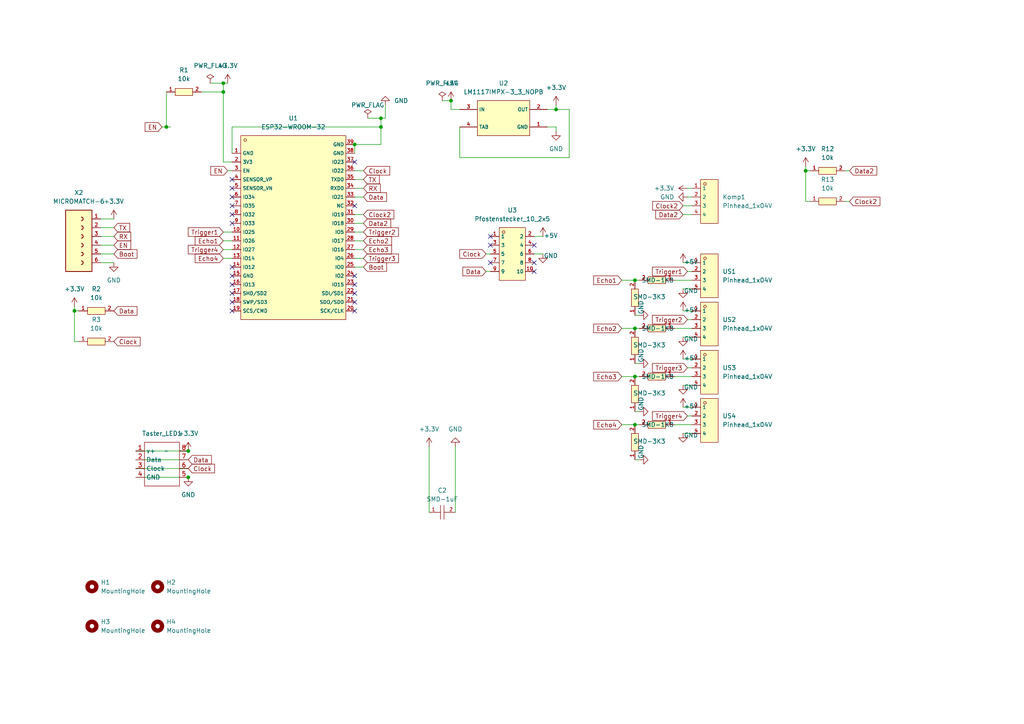
<source format=kicad_sch>
(kicad_sch (version 20231120) (generator "eeschema") (generator_version "8.0")
  (paper "A4")
  (lib_symbols
    (symbol "Bohlebots:+3.3V" (power) (pin_names (offset 0))
      (property "Value" "+3.3V" (at 0 3.556 0))
      (symbol "+3.3V_0_1"
        (polyline (pts (xy -0.762 1.27) (xy 0 2.54)))
        (polyline (pts (xy 0 0) (xy 0 2.54)))
        (polyline (pts (xy 0 2.54) (xy 0.762 1.27)))
      )
      (symbol "+3.3V_1_1"
        (pin power_in line (at 0 0 90) (length 0) hide (name "+3.3V") (number "1"))
      )
    )
    (symbol "Bohlebots:+5V" (power) (pin_names (offset 0))
      (property "Value" "+5V" (at 0 3.556 0))
      (symbol "+5V_0_1"
        (polyline (pts (xy -0.762 1.27) (xy 0 2.54)))
        (polyline (pts (xy 0 0) (xy 0 2.54)))
        (polyline (pts (xy 0 2.54) (xy 0.762 1.27)))
      )
      (symbol "+5V_1_1"
        (pin power_in line (at 0 0 90) (length 0) hide (name "+5V") (number "1"))
      )
    )
    (symbol "Bohlebots:ESP32-WROOM-32"
      (property "Reference" "U" (at 0 1.27 0))
      (property "Value" "ESP32-WROOM-32" (at 0 -2.54 0))
      (symbol "ESP32-WROOM-32_0_1"
        (rectangle (start -15.24 27.9401) (end 15.24 -25.4001) (fill (type background)))
        (circle (center -13.97 26.6701) (radius 0.381) (fill (type background)))
        (pin unspecified line (at -17.78 22.86 0) (length 2.54) (name "GND") (number "1"))
        (pin unspecified line (at -17.78 0 0) (length 2.54) (name "IO25") (number "10"))
        (pin unspecified line (at -17.78 -2.54 0) (length 2.54) (name "IO26") (number "11"))
        (pin unspecified line (at -17.78 -5.08 0) (length 2.54) (name "IO27") (number "12"))
        (pin unspecified line (at -17.78 -7.62 0) (length 2.54) (name "IO14") (number "13"))
        (pin unspecified line (at -17.78 -10.16 0) (length 2.54) (name "IO12") (number "14"))
        (pin unspecified line (at -17.78 -12.7 0) (length 2.54) (name "GND") (number "15"))
        (pin unspecified line (at -17.78 -15.24 0) (length 2.54) (name "IO13") (number "16"))
        (pin unspecified line (at -17.78 -17.78 0) (length 2.54) (name "SHD/SD2") (number "17"))
        (pin unspecified line (at -17.78 -20.32 0) (length 2.54) (name "SWP/SD3") (number "18"))
        (pin unspecified line (at -17.78 -22.86 0) (length 2.54) (name "SCS/CMD") (number "19"))
        (pin unspecified line (at -17.78 20.32 0) (length 2.54) (name "3V3") (number "2"))
        (pin unspecified line (at 17.78 -22.86 180) (length 2.54) (name "SCK/CLK") (number "20"))
        (pin unspecified line (at 17.78 -20.32 180) (length 2.54) (name "SDO/SD0") (number "21"))
        (pin unspecified line (at 17.78 -17.78 180) (length 2.54) (name "SDI/SD1") (number "22"))
        (pin unspecified line (at 17.78 -15.24 180) (length 2.54) (name "IO15") (number "23"))
        (pin unspecified line (at 17.78 -12.7 180) (length 2.54) (name "IO2") (number "24"))
        (pin unspecified line (at 17.78 -10.16 180) (length 2.54) (name "IO0") (number "25"))
        (pin unspecified line (at 17.78 -7.62 180) (length 2.54) (name "IO4") (number "26"))
        (pin unspecified line (at 17.78 -5.08 180) (length 2.54) (name "IO16") (number "27"))
        (pin unspecified line (at 17.78 -2.54 180) (length 2.54) (name "IO17") (number "28"))
        (pin unspecified line (at 17.78 0 180) (length 2.54) (name "IO5") (number "29"))
        (pin unspecified line (at -17.78 17.78 0) (length 2.54) (name "EN") (number "3"))
        (pin unspecified line (at 17.78 2.54 180) (length 2.54) (name "IO18") (number "30"))
        (pin unspecified line (at 17.78 5.08 180) (length 2.54) (name "IO19") (number "31"))
        (pin unspecified line (at 17.78 7.62 180) (length 2.54) (name "NC") (number "32"))
        (pin unspecified line (at 17.78 10.16 180) (length 2.54) (name "IO21") (number "33"))
        (pin unspecified line (at 17.78 12.7 180) (length 2.54) (name "RXD0") (number "34"))
        (pin unspecified line (at 17.78 15.24 180) (length 2.54) (name "TXD0") (number "35"))
        (pin unspecified line (at 17.78 17.78 180) (length 2.54) (name "IO22") (number "36"))
        (pin unspecified line (at 17.78 20.32 180) (length 2.54) (name "IO23") (number "37"))
        (pin unspecified line (at 17.78 22.86 180) (length 2.54) (name "GND") (number "38"))
        (pin unspecified line (at 17.78 25.4 180) (length 2.54) (name "GND") (number "39"))
        (pin unspecified line (at -17.78 15.24 0) (length 2.54) (name "SENSOR_VP") (number "4"))
        (pin unspecified line (at -17.78 12.7 0) (length 2.54) (name "SENSOR_VN") (number "5"))
        (pin unspecified line (at -17.78 10.16 0) (length 2.54) (name "IO34") (number "6"))
        (pin unspecified line (at -17.78 7.62 0) (length 2.54) (name "IO35") (number "7"))
        (pin unspecified line (at -17.78 5.08 0) (length 2.54) (name "IO32") (number "8"))
        (pin unspecified line (at -17.78 2.54 0) (length 2.54) (name "IO33") (number "9"))
      )
    )
    (symbol "Bohlebots:GND" (power) (pin_names (offset 0))
      (property "Value" "GND" (at 0 -3.81 0))
      (symbol "GND_0_1"
        (polyline (pts (xy 0 0) (xy 0 -1.27) (xy 1.27 -1.27) (xy 0 -2.54) (xy -1.27 -1.27) (xy 0 -1.27)))
      )
      (symbol "GND_1_1"
        (pin power_in line (at 0 0 270) (length 0) hide (name "GND") (number "1"))
      )
    )
    (symbol "Bohlebots:LM1117IMPX-3_3_NOPB"
      (property "Reference" "U" (at 0 1.27 0))
      (property "Value" "LM1117IMPX-3_3_NOPB" (at 0 -6.35 0))
      (symbol "LM1117IMPX-3_3_NOPB_0_1"
        (rectangle (start -7.62 5.08) (end 7.62 -5.08) (fill (type background)))
      )
      (symbol "LM1117IMPX-3_3_NOPB_1_1"
        (pin unspecified line (at 12.7 -2.54 180) (length 5.08) (name "GND") (number "1"))
        (pin unspecified line (at 12.7 2.54 180) (length 5.08) (name "OUT") (number "2"))
        (pin unspecified line (at -12.7 2.54 0) (length 5.08) (name "IN") (number "3"))
        (pin unspecified line (at -12.7 -2.54 0) (length 5.08) (name "TAB") (number "4"))
      )
    )
    (symbol "Bohlebots:MICROMATCH-6" (pin_names (offset 1.016))
      (property "Reference" "X2" (at -1.27 10.16 0))
      (property "Value" "MICROMATCH-6" (at -1.27 7.62 0))
      (symbol "MICROMATCH-6_0_0"
        (rectangle (start -5.08 -12.7) (end 2.54 5.08) (stroke (width 0.254)) (fill (type background)))
        (arc (start -0.508 -10.668) (mid -0.0022 -10.16) (end -0.508 -9.652) (stroke (width 0.254)))
        (arc (start -0.508 -8.128) (mid -0.0022 -7.62) (end -0.508 -7.112) (stroke (width 0.254)))
        (arc (start -0.508 -5.588) (mid -0.0022 -5.08) (end -0.508 -4.572) (stroke (width 0.254)))
        (arc (start -0.508 -3.048) (mid -0.0022 -2.54) (end -0.508 -2.032) (stroke (width 0.254)))
        (arc (start -0.508 -0.508) (mid -0.0022 0) (end -0.508 0.508) (stroke (width 0.254)))
        (arc (start -0.508 2.032) (mid -0.0022 2.54) (end -0.508 3.048) (stroke (width 0.254)))
        (pin bidirectional line (at 5.08 0 180) (length 2.54) (name "~") (number "2"))
        (pin bidirectional line (at 5.08 -2.54 180) (length 2.54) (name "~") (number "3"))
        (pin bidirectional line (at 5.08 -5.08 180) (length 2.54) (name "~") (number "4"))
        (pin bidirectional line (at 5.08 -7.62 180) (length 2.54) (name "~") (number "5"))
      )
      (symbol "MICROMATCH-6_1_0"
        (pin unspecified line (at 5.08 2.54 180) (length 2.54) (name "~") (number "1"))
        (pin unspecified line (at 5.08 -10.16 180) (length 2.54) (name "~") (number "6"))
      )
    )
    (symbol "Bohlebots:MountingHole" (pin_names (offset 1.016))
      (property "Reference" "H" (at 0 5.08 0))
      (property "Value" "MountingHole" (at 0 3.175 0))
      (symbol "MountingHole_0_1"
        (circle (center 0 0) (radius 1.27) (stroke (width 1.27)))
      )
    )
    (symbol "Bohlebots:PWR_FLAG" (power) (pin_numbers hide) (pin_names (offset 0) hide)
      (property "Value" "PWR_FLAG" (at 0 3.81 0))
      (symbol "PWR_FLAG_0_0"
        (pin power_out line (at 0 0 90) (length 0) (name "pwr") (number "1"))
      )
      (symbol "PWR_FLAG_0_1"
        (polyline (pts (xy 0 0) (xy 0 1.27) (xy -1.016 1.905) (xy 0 2.54) (xy 1.016 1.905) (xy 0 1.27)))
      )
    )
    (symbol "Bohlebots:Pfostenstecker_10_2x5"
      (property "Reference" "U" (at 0 1.27 0))
      (property "Value" "Pfostenstecker_10_2x5" (at 0 -2.54 0))
      (symbol "Pfostenstecker_10_2x5_0_1"
        (rectangle (start -3.81 7.62) (end 3.81 -7.62) (fill (type background)))
        (circle (center -2.54 6.35) (radius 0.381) (fill (type background)))
        (pin unspecified line (at -6.35 5.08 0) (length 2.54) (name "1") (number "1"))
        (pin unspecified line (at 6.35 -5.08 180) (length 2.54) (name "10") (number "10"))
        (pin unspecified line (at 6.35 5.08 180) (length 2.54) (name "2") (number "2"))
        (pin unspecified line (at -6.35 2.54 0) (length 2.54) (name "3") (number "3"))
        (pin unspecified line (at 6.35 2.54 180) (length 2.54) (name "4") (number "4"))
        (pin unspecified line (at -6.35 0 0) (length 2.54) (name "5") (number "5"))
        (pin unspecified line (at 6.35 0 180) (length 2.54) (name "6") (number "6"))
        (pin unspecified line (at -6.35 -2.54 0) (length 2.54) (name "7") (number "7"))
        (pin unspecified line (at 6.35 -2.54 180) (length 2.54) (name "8") (number "8"))
        (pin unspecified line (at -6.35 -5.08 0) (length 2.54) (name "9") (number "9"))
      )
    )
    (symbol "Bohlebots:Pinhead_1x04V"
      (property "Reference" "H" (at 0 1.27 0))
      (property "Value" "Pinhead_1x04V" (at 0 -2.54 0))
      (symbol "Pinhead_1x04V_0_1"
        (rectangle (start -2.54 6.35) (end 2.54 -6.35) (fill (type background)))
        (circle (center -1.27 5.08) (radius 0.381) (fill (type background)))
        (pin unspecified line (at -5.08 3.81 0) (length 2.54) (name "1") (number "1"))
        (pin unspecified line (at -5.08 1.27 0) (length 2.54) (name "2") (number "2"))
        (pin unspecified line (at -5.08 -1.27 0) (length 2.54) (name "3") (number "3"))
        (pin unspecified line (at -5.08 -3.81 0) (length 2.54) (name "4") (number "4"))
      )
    )
    (symbol "Bohlebots:SMD-10k" (pin_names hide)
      (property "Reference" "R" (at 0 1.27 0))
      (property "Value" "SMD-10k" (at 0 -2.54 0))
      (symbol "SMD-10k_0_1"
        (rectangle (start -2.54 1.016) (end 2.54 -1.016) (fill (type background)))
      )
      (symbol "SMD-10k_1_1"
        (pin unspecified line (at -5.08 0 0) (length 2.54) (name "1") (number "1"))
        (pin unspecified line (at 5.08 0 180) (length 2.54) (name "2") (number "2"))
      )
    )
    (symbol "Bohlebots:SMD-1K8" (pin_names hide)
      (property "Reference" "R" (at 0 1.27 0))
      (property "Value" "SMD-1K8" (at 0 -2.54 0))
      (symbol "SMD-1K8_0_1"
        (rectangle (start -2.54 1.016) (end 2.54 -1.016) (fill (type background)))
      )
      (symbol "SMD-1K8_1_1"
        (pin unspecified line (at -5.08 0 0) (length 2.54) (name "1") (number "1"))
        (pin unspecified line (at 5.08 0 180) (length 2.54) (name "2") (number "2"))
      )
    )
    (symbol "Bohlebots:SMD-1uF" (pin_names hide)
      (property "Reference" "C" (at 0 1.27 0))
      (property "Value" "SMD-1uF" (at 0 -2.54 0))
      (symbol "SMD-1uF_0_1"
        (polyline (pts (xy -1.27 0) (xy -0.508 0)))
        (polyline (pts (xy -0.508 2.032) (xy -0.508 -2.032)))
        (polyline (pts (xy 0.508 0) (xy 1.27 0)))
        (polyline (pts (xy 0.508 2.032) (xy 0.508 -2.032)))
      )
      (symbol "SMD-1uF_1_1"
        (pin unspecified line (at -3.81 0 0) (length 2.54) (name "1") (number "1"))
        (pin unspecified line (at 3.81 0 180) (length 2.54) (name "2") (number "2"))
      )
    )
    (symbol "Bohlebots:SMD-3K3" (pin_names hide)
      (property "Reference" "R" (at 0 1.27 0))
      (property "Value" "SMD-3K3" (at 0 -2.54 0))
      (symbol "SMD-3K3_0_1"
        (rectangle (start -2.54 1.016) (end 2.54 -1.016) (fill (type background)))
      )
      (symbol "SMD-3K3_1_1"
        (pin unspecified line (at -5.08 0 0) (length 2.54) (name "1") (number "1"))
        (pin unspecified line (at 5.08 0 180) (length 2.54) (name "2") (number "2"))
      )
    )
    (symbol "Bohlebots:Taster_Led"
      (property "Reference" "Taster_LED2" (at -1.27 5.08 0))
      (property "Value" "~" (at 0 0 0))
      (symbol "Taster_Led_0_1"
        (rectangle (start -6.35 2.54) (end 3.81 -10.16))
      )
      (symbol "Taster_Led_1_1"
        (pin power_in line (at -8.89 0 0) (length 2.54) (name "v+") (number "1"))
        (pin unspecified line (at -8.89 -2.54 0) (length 2.54) (name "Data") (number "2"))
        (pin unspecified line (at -8.89 -5.08 0) (length 2.54) (name "Clock") (number "3"))
        (pin power_in line (at -8.89 -7.62 0) (length 2.54) (name "GND") (number "4"))
        (pin power_in line (at 6.35 -7.62 180) (length 2.54) (name "") (number "5"))
        (pin unspecified line (at 6.35 -5.08 180) (length 2.54) (name "") (number "6"))
        (pin unspecified line (at 6.35 -2.54 180) (length 2.54) (name "") (number "7"))
        (pin power_in line (at 6.35 0 180) (length 2.54) (name "") (number "8"))
      )
    )
  )
  (junction (at 161.29 31.75))
  (junction (at 64.77 26.67))
  (junction (at 110.49 36.83))
  (junction (at 130.81 29.21))
  (junction (at 184.15 109.22))
  (junction (at 48.26 36.83))
  (junction (at 64.77 24.13))
  (junction (at 21.59 90.17))
  (junction (at 184.15 123.19))
  (junction (at 110.49 34.29))
  (junction (at 54.61 138.43))
  (junction (at 184.15 81.28))
  (junction (at 54.61 130.81))
  (junction (at 233.68 49.53))
  (junction (at 184.15 95.25))
  (junction (at 102.87 41.91))
  (no_connect (at 102.87 87.63))
  (no_connect (at 102.87 59.69))
  (no_connect (at 67.31 80.01))
  (no_connect (at 154.94 71.12))
  (no_connect (at 102.87 82.55))
  (no_connect (at 67.31 82.55))
  (no_connect (at 67.31 77.47))
  (no_connect (at 142.24 76.2))
  (no_connect (at 67.31 59.69))
  (no_connect (at 154.94 78.74))
  (no_connect (at 67.31 54.61))
  (no_connect (at 67.31 90.17))
  (no_connect (at 154.94 76.2))
  (no_connect (at 102.87 85.09))
  (no_connect (at 102.87 80.01))
  (no_connect (at 67.31 87.63))
  (no_connect (at 142.24 71.12))
  (no_connect (at 102.87 46.99))
  (no_connect (at 102.87 90.17))
  (no_connect (at 67.31 64.77))
  (no_connect (at 142.24 68.58))
  (no_connect (at 67.31 57.15))
  (no_connect (at 67.31 85.09))
  (no_connect (at 67.31 52.07))
  (no_connect (at 67.31 62.23))
  (wire (pts (xy 102.87 72.39) (xy 105.41 72.39)))
  (wire (pts (xy 128.27 29.21) (xy 130.81 29.21)))
  (wire (pts (xy 165.1 31.75) (xy 161.29 31.75)))
  (wire (pts (xy 64.77 26.67) (xy 64.77 46.99)))
  (wire (pts (xy 48.26 26.67) (xy 48.26 36.83)))
  (wire (pts (xy 102.87 64.77) (xy 105.41 64.77)))
  (wire (pts (xy 64.77 24.13) (xy 64.77 26.67)))
  (wire (pts (xy 29.21 66.04) (xy 33.02 66.04)))
  (wire (pts (xy 184.15 105.41) (xy 185.42 105.41)))
  (wire (pts (xy 102.87 67.31) (xy 105.41 67.31)))
  (wire (pts (xy 198.12 62.23) (xy 200.66 62.23)))
  (wire (pts (xy 180.34 95.25) (xy 184.15 95.25)))
  (wire (pts (xy 39.37 130.81) (xy 54.61 130.81)))
  (wire (pts (xy 198.12 125.73) (xy 200.66 125.73)))
  (wire (pts (xy 21.59 88.9) (xy 21.59 90.17)))
  (wire (pts (xy 161.29 36.83) (xy 161.29 38.1)))
  (wire (pts (xy 245.11 58.42) (xy 246.38 58.42)))
  (wire (pts (xy 184.15 119.38) (xy 185.42 119.38)))
  (wire (pts (xy 198.12 90.17) (xy 200.66 90.17)))
  (wire (pts (xy 140.97 78.74) (xy 142.24 78.74)))
  (wire (pts (xy 60.96 24.13) (xy 64.77 24.13)))
  (wire (pts (xy 102.87 62.23) (xy 105.41 62.23)))
  (wire (pts (xy 198.12 104.14) (xy 200.66 104.14)))
  (wire (pts (xy 29.21 71.12) (xy 33.02 71.12)))
  (wire (pts (xy 195.58 109.22) (xy 200.66 109.22)))
  (wire (pts (xy 184.15 91.44) (xy 185.42 91.44)))
  (wire (pts (xy 180.34 123.19) (xy 184.15 123.19)))
  (wire (pts (xy 199.39 92.71) (xy 200.66 92.71)))
  (wire (pts (xy 39.37 133.35) (xy 54.61 133.35)))
  (wire (pts (xy 58.42 26.67) (xy 64.77 26.67)))
  (wire (pts (xy 158.75 31.75) (xy 161.29 31.75)))
  (wire (pts (xy 102.87 52.07) (xy 105.41 52.07)))
  (wire (pts (xy 64.77 69.85) (xy 67.31 69.85)))
  (wire (pts (xy 66.04 24.13) (xy 64.77 24.13)))
  (wire (pts (xy 67.31 36.83) (xy 110.49 36.83)))
  (wire (pts (xy 102.87 41.91) (xy 110.49 41.91)))
  (wire (pts (xy 111.76 30.48) (xy 111.76 34.29)))
  (wire (pts (xy 184.15 123.19) (xy 185.42 123.19)))
  (wire (pts (xy 29.21 73.66) (xy 33.02 73.66)))
  (wire (pts (xy 184.15 95.25) (xy 185.42 95.25)))
  (wire (pts (xy 245.11 49.53) (xy 246.38 49.53)))
  (wire (pts (xy 198.12 118.11) (xy 200.66 118.11)))
  (wire (pts (xy 29.21 68.58) (xy 33.02 68.58)))
  (wire (pts (xy 233.68 49.53) (xy 234.95 49.53)))
  (wire (pts (xy 180.34 109.22) (xy 184.15 109.22)))
  (wire (pts (xy 46.99 36.83) (xy 48.26 36.83)))
  (wire (pts (xy 48.26 36.83) (xy 49.53 36.83)))
  (wire (pts (xy 133.35 36.83) (xy 133.35 45.72)))
  (wire (pts (xy 130.81 31.75) (xy 133.35 31.75)))
  (wire (pts (xy 102.87 57.15) (xy 105.41 57.15)))
  (wire (pts (xy 165.1 45.72) (xy 165.1 31.75)))
  (wire (pts (xy 133.35 45.72) (xy 165.1 45.72)))
  (wire (pts (xy 67.31 44.45) (xy 67.31 36.83)))
  (wire (pts (xy 66.04 49.53) (xy 67.31 49.53)))
  (wire (pts (xy 67.31 46.99) (xy 64.77 46.99)))
  (wire (pts (xy 102.87 41.91) (xy 102.87 44.45)))
  (wire (pts (xy 195.58 95.25) (xy 200.66 95.25)))
  (wire (pts (xy 158.75 36.83) (xy 161.29 36.83)))
  (wire (pts (xy 154.94 73.66) (xy 157.48 73.66)))
  (wire (pts (xy 199.39 78.74) (xy 200.66 78.74)))
  (wire (pts (xy 64.77 74.93) (xy 67.31 74.93)))
  (wire (pts (xy 102.87 74.93) (xy 105.41 74.93)))
  (wire (pts (xy 124.46 129.54) (xy 124.46 148.59)))
  (wire (pts (xy 110.49 41.91) (xy 110.49 36.83)))
  (wire (pts (xy 132.08 129.54) (xy 132.08 148.59)))
  (wire (pts (xy 184.15 109.22) (xy 185.42 109.22)))
  (wire (pts (xy 184.15 133.35) (xy 185.42 133.35)))
  (wire (pts (xy 111.76 34.29) (xy 110.49 34.29)))
  (wire (pts (xy 110.49 36.83) (xy 110.49 34.29)))
  (wire (pts (xy 198.12 111.76) (xy 200.66 111.76)))
  (wire (pts (xy 140.97 73.66) (xy 142.24 73.66)))
  (wire (pts (xy 29.21 63.5) (xy 33.02 63.5)))
  (wire (pts (xy 233.68 58.42) (xy 233.68 49.53)))
  (wire (pts (xy 102.87 54.61) (xy 105.41 54.61)))
  (wire (pts (xy 64.77 67.31) (xy 67.31 67.31)))
  (wire (pts (xy 199.39 120.65) (xy 200.66 120.65)))
  (wire (pts (xy 199.39 106.68) (xy 200.66 106.68)))
  (wire (pts (xy 198.12 76.2) (xy 200.66 76.2)))
  (wire (pts (xy 102.87 69.85) (xy 105.41 69.85)))
  (wire (pts (xy 102.87 77.47) (xy 105.41 77.47)))
  (wire (pts (xy 195.58 81.28) (xy 200.66 81.28)))
  (wire (pts (xy 234.95 58.42) (xy 233.68 58.42)))
  (wire (pts (xy 106.68 34.29) (xy 110.49 34.29)))
  (wire (pts (xy 198.12 97.79) (xy 200.66 97.79)))
  (wire (pts (xy 233.68 48.26) (xy 233.68 49.53)))
  (wire (pts (xy 184.15 81.28) (xy 185.42 81.28)))
  (wire (pts (xy 29.21 76.2) (xy 33.02 76.2)))
  (wire (pts (xy 21.59 99.06) (xy 21.59 90.17)))
  (wire (pts (xy 39.37 138.43) (xy 54.61 138.43)))
  (wire (pts (xy 39.37 135.89) (xy 54.61 135.89)))
  (wire (pts (xy 154.94 68.58) (xy 157.48 68.58)))
  (wire (pts (xy 199.39 57.15) (xy 200.66 57.15)))
  (wire (pts (xy 21.59 90.17) (xy 22.86 90.17)))
  (wire (pts (xy 195.58 123.19) (xy 200.66 123.19)))
  (wire (pts (xy 198.12 59.69) (xy 200.66 59.69)))
  (wire (pts (xy 22.86 99.06) (xy 21.59 99.06)))
  (wire (pts (xy 102.87 49.53) (xy 105.41 49.53)))
  (wire (pts (xy 198.12 83.82) (xy 200.66 83.82)))
  (wire (pts (xy 180.34 81.28) (xy 184.15 81.28)))
  (wire (pts (xy 161.29 31.75) (xy 161.29 30.48)))
  (wire (pts (xy 199.39 54.61) (xy 200.66 54.61)))
  (wire (pts (xy 64.77 72.39) (xy 67.31 72.39)))
  (wire (pts (xy 130.81 29.21) (xy 130.81 31.75)))
  (global_label "TX" (shape input) (at 105.41 52.07 0) (property "Intersheetrefs" "${INTERSHEET_REFS}" (effects (hide yes))))
  (global_label "Boot" (shape input) (at 105.41 77.47 0) (property "Intersheetrefs" "${INTERSHEET_REFS}" (effects (hide yes))))
  (global_label "Clock" (shape input) (at 140.97 73.66 180) (property "Intersheetrefs" "${INTERSHEET_REFS}" (effects (hide yes))))
  (global_label "Clock" (shape input) (at 54.61 135.89 0) (property "Intersheetrefs" "${INTERSHEET_REFS}" (effects (hide yes))))
  (global_label "TX" (shape input) (at 33.02 66.04 0) (property "Intersheetrefs" "${INTERSHEET_REFS}" (effects (hide yes))))
  (global_label "EN" (shape input) (at 66.04 49.53 180) (property "Intersheetrefs" "${INTERSHEET_REFS}" (effects (hide yes))))
  (global_label "Echo2" (shape input) (at 105.41 69.85 0) (property "Intersheetrefs" "${INTERSHEET_REFS}" (effects (hide yes))))
  (global_label "Data" (shape input) (at 140.97 78.74 180) (property "Intersheetrefs" "${INTERSHEET_REFS}" (effects (hide yes))))
  (global_label "Clock" (shape input) (at 33.02 99.06 0) (property "Intersheetrefs" "${INTERSHEET_REFS}" (effects (hide yes))))
  (global_label "Clock2" (shape input) (at 105.41 62.23 0) (property "Intersheetrefs" "${INTERSHEET_REFS}" (effects (hide yes))))
  (global_label "Data2" (shape input) (at 246.38 49.53 0) (property "Intersheetrefs" "${INTERSHEET_REFS}" (effects (hide yes))))
  (global_label "Boot" (shape input) (at 33.02 73.66 0) (property "Intersheetrefs" "${INTERSHEET_REFS}" (effects (hide yes))))
  (global_label "Data" (shape input) (at 105.41 57.15 0) (property "Intersheetrefs" "${INTERSHEET_REFS}" (effects (hide yes))))
  (global_label "Clock2" (shape input) (at 246.38 58.42 0) (property "Intersheetrefs" "${INTERSHEET_REFS}" (effects (hide yes))))
  (global_label "EN" (shape input) (at 33.02 71.12 0) (property "Intersheetrefs" "${INTERSHEET_REFS}" (effects (hide yes))))
  (global_label "EN" (shape input) (at 46.99 36.83 180) (property "Intersheetrefs" "${INTERSHEET_REFS}" (effects (hide yes))))
  (global_label "Trigger2" (shape input) (at 105.41 67.31 0) (property "Intersheetrefs" "${INTERSHEET_REFS}" (effects (hide yes))))
  (global_label "Trigger3" (shape input) (at 105.41 74.93 0) (property "Intersheetrefs" "${INTERSHEET_REFS}" (effects (hide yes))))
  (global_label "Data2" (shape input) (at 105.41 64.77 0) (property "Intersheetrefs" "${INTERSHEET_REFS}" (effects (hide yes))))
  (global_label "Echo3" (shape input) (at 105.41 72.39 0) (property "Intersheetrefs" "${INTERSHEET_REFS}" (effects (hide yes))))
  (global_label "RX" (shape input) (at 105.41 54.61 0) (property "Intersheetrefs" "${INTERSHEET_REFS}" (effects (hide yes))))
  (global_label "Data" (shape input) (at 54.61 133.35 0) (property "Intersheetrefs" "${INTERSHEET_REFS}" (effects (hide yes))))
  (global_label "Echo1" (shape input) (at 64.77 69.85 180) (property "Intersheetrefs" "${INTERSHEET_REFS}" (effects (hide yes))))
  (global_label "Trigger4" (shape input) (at 64.77 72.39 180) (property "Intersheetrefs" "${INTERSHEET_REFS}" (effects (hide yes))))
  (global_label "Trigger2" (shape input) (at 199.39 92.71 180) (property "Intersheetrefs" "${INTERSHEET_REFS}" (effects (hide yes))))
  (global_label "Clock" (shape input) (at 105.41 49.53 0) (property "Intersheetrefs" "${INTERSHEET_REFS}" (effects (hide yes))))
  (global_label "Trigger4" (shape input) (at 199.39 120.65 180) (property "Intersheetrefs" "${INTERSHEET_REFS}" (effects (hide yes))))
  (global_label "Echo2" (shape input) (at 180.34 95.25 180) (property "Intersheetrefs" "${INTERSHEET_REFS}" (effects (hide yes))))
  (global_label "Clock2" (shape input) (at 198.12 59.69 180) (property "Intersheetrefs" "${INTERSHEET_REFS}" (effects (hide yes))))
  (global_label "Data" (shape input) (at 33.02 90.17 0) (property "Intersheetrefs" "${INTERSHEET_REFS}" (effects (hide yes))))
  (global_label "Echo4" (shape input) (at 180.34 123.19 180) (property "Intersheetrefs" "${INTERSHEET_REFS}" (effects (hide yes))))
  (global_label "Trigger1" (shape input) (at 199.39 78.74 180) (property "Intersheetrefs" "${INTERSHEET_REFS}" (effects (hide yes))))
  (global_label "Data2" (shape input) (at 198.12 62.23 180) (property "Intersheetrefs" "${INTERSHEET_REFS}" (effects (hide yes))))
  (global_label "Trigger3" (shape input) (at 199.39 106.68 180) (property "Intersheetrefs" "${INTERSHEET_REFS}" (effects (hide yes))))
  (global_label "Echo3" (shape input) (at 180.34 109.22 180) (property "Intersheetrefs" "${INTERSHEET_REFS}" (effects (hide yes))))
  (global_label "Echo1" (shape input) (at 180.34 81.28 180) (property "Intersheetrefs" "${INTERSHEET_REFS}" (effects (hide yes))))
  (global_label "Echo4" (shape input) (at 64.77 74.93 180) (property "Intersheetrefs" "${INTERSHEET_REFS}" (effects (hide yes))))
  (global_label "Trigger1" (shape input) (at 64.77 67.31 180) (property "Intersheetrefs" "${INTERSHEET_REFS}" (effects (hide yes))))
  (global_label "RX" (shape input) (at 33.02 68.58 0) (property "Intersheetrefs" "${INTERSHEET_REFS}" (effects (hide yes))))
  (symbol (lib_id "Bohlebots:Pfostenstecker_10_2x5") (at 148.59 73.66 0) (unit 1)
    (property "Reference" "U3" (at 148.59 60.96 0))
    (property "Value" "Pfostenstecker_10_2x5" (at 148.59 63.5 0))
    (property "Footprint" "BohleBots:HDR-TH_10P-P2.54-V-F-R2-C5-S2.54-5" (effects (hide yes)))
    (property "Datasheet" "https://atta.szlcsc.com/upload/public/pdf/source/20230314/29278A24539954283B80828B9C32CD4C.pdf" (effects (hide yes)))
    (property "LCSC" "C5372865" (effects (hide yes)))
  )
  (symbol (lib_id "Bohlebots:Pinhead_1x04V") (at 205.74 107.95 0) (unit 1)
    (property "Reference" "US3" (at 209.55 106.6799 0) (effects (justify left)))
    (property "Value" "Pinhead_1x04V" (at 209.55 109.2199 0) (effects (justify left)))
    (property "Footprint" "BohleBots:HDR-TH_4P-P2.54-V-M-1" (effects (hide yes)))
    (property "Datasheet" "https://lcsc.com/product-detail/Pin-Header-Female-Header_Made-in-China-Made-in-China-Headers-Pins1-4-pitch2-54mm_C59481.html" (effects (hide yes)))
    (property "LCSC" "C920779" (effects (hide yes)))
  )
  (symbol (lib_id "Bohlebots:GND") (at 198.12 111.76 0) (unit 1)
    (property "Reference" "#PWR022" (effects (hide yes)))
    (property "Value" "GND" (at 200.406 112.268 0))
    (property "Description" "Power symbol creates a global label with name \"GND\" , ground" (effects (hide yes)))
  )
  (symbol (lib_id "Bohlebots:+5V") (at 157.48 68.58 0) (unit 1)
    (property "Reference" "#PWR04" (effects (hide yes)))
    (property "Value" "+5V" (at 159.766 68.326 0))
    (property "Description" "Power symbol creates a global label with name \"+5V\"" (effects (hide yes)))
  )
  (symbol (lib_id "Bohlebots:+3.3V") (at 199.39 54.61 90) (unit 1)
    (property "Reference" "#PWR029" (effects (hide yes)))
    (property "Value" "+3.3V" (at 195.58 54.6099 90) (effects (justify left)))
    (property "Description" "Power symbol creates a global label with name \"+3.3V\"" (effects (hide yes)))
  )
  (symbol (lib_id "Bohlebots:PWR_FLAG") (at 128.27 29.21 0) (unit 1)
    (property "Reference" "#FLG02" (effects (hide yes)))
    (property "Value" "PWR_FLAG" (at 128.27 24.13 0))
    (property "Description" "Special symbol for telling ERC where power comes from" (effects (hide yes)))
  )
  (symbol (lib_id "Bohlebots:+5V") (at 198.12 76.2 0) (unit 1)
    (property "Reference" "#PWR07" (effects (hide yes)))
    (property "Value" "+5V" (at 200.406 75.946 0))
    (property "Description" "Power symbol creates a global label with name \"+5V\"" (effects (hide yes)))
  )
  (symbol (lib_id "Bohlebots:+3.3V") (at 33.02 63.5 0) (unit 1)
    (property "Reference" "#PWR08" (effects (hide yes)))
    (property "Value" "+3.3V" (at 33.02 58.42 0))
    (property "Description" "Power symbol creates a global label with name \"+3.3V\"" (effects (hide yes)))
  )
  (symbol (lib_id "Bohlebots:GND") (at 198.12 125.73 0) (unit 1)
    (property "Reference" "#PWR024" (effects (hide yes)))
    (property "Value" "GND" (at 200.406 126.238 0))
    (property "Description" "Power symbol creates a global label with name \"GND\" , ground" (effects (hide yes)))
  )
  (symbol (lib_id "Bohlebots:GND") (at 185.42 133.35 90) (unit 1)
    (property "Reference" "#PWR027" (effects (hide yes)))
    (property "Value" "GND" (at 185.928 131.064 0))
    (property "Description" "Power symbol creates a global label with name \"GND\" , ground" (effects (hide yes)))
  )
  (symbol (lib_id "Bohlebots:Pinhead_1x04V") (at 205.74 80.01 0) (unit 1)
    (property "Reference" "US1" (at 209.55 78.7399 0) (effects (justify left)))
    (property "Value" "Pinhead_1x04V" (at 209.55 81.2799 0) (effects (justify left)))
    (property "Footprint" "BohleBots:HDR-TH_4P-P2.54-V-M-1" (effects (hide yes)))
    (property "Datasheet" "https://lcsc.com/product-detail/Pin-Header-Female-Header_Made-in-China-Made-in-China-Headers-Pins1-4-pitch2-54mm_C59481.html" (effects (hide yes)))
    (property "LCSC" "C920779" (effects (hide yes)))
  )
  (symbol (lib_id "Bohlebots:SMD-10k") (at 27.94 90.17 0) (unit 1)
    (property "Reference" "R2" (at 27.94 83.82 0))
    (property "Value" "10k" (at 27.94 86.36 0))
    (property "Footprint" "BohleBots:R0603" (effects (hide yes)))
    (property "Datasheet" "https://www.mouser.in/datasheet/2/447/PYu_RT_1_to_0_01_RoHS_L_11-1669912.pdf" (effects (hide yes)))
    (property "LCSC" "C25804" (effects (hide yes)))
  )
  (symbol (lib_id "Bohlebots:SMD-1K8") (at 190.5 95.25 180) (unit 1)
    (property "Reference" "R6" (effects (hide yes)))
    (property "Value" "SMD-1K8" (at 190.754 95.25 0))
    (property "Footprint" "BohleBots:R0603" (effects (hide yes)))
    (property "Datasheet" "https://www.mouser.in/datasheet/2/447/PYu_RT_1_to_0_01_RoHS_L_11-1669912.pdf" (effects (hide yes)))
    (property "LCSC" "C4177" (effects (hide yes)))
  )
  (symbol (lib_id "Bohlebots:+5V") (at 198.12 104.14 0) (unit 1)
    (property "Reference" "#PWR019" (effects (hide yes)))
    (property "Value" "+5V" (at 200.406 103.886 0))
    (property "Description" "Power symbol creates a global label with name \"+5V\"" (effects (hide yes)))
  )
  (symbol (lib_id "Bohlebots:+5V") (at 130.81 29.21 0) (unit 1)
    (property "Reference" "#PWR03" (effects (hide yes)))
    (property "Value" "+5V" (at 130.81 24.13 0))
    (property "Description" "Power symbol creates a global label with name \"+5V\"" (effects (hide yes)))
  )
  (symbol (lib_id "Bohlebots:GND") (at 161.29 38.1 0) (unit 1)
    (property "Reference" "#PWR02" (effects (hide yes)))
    (property "Value" "GND" (at 161.29 43.18 0))
    (property "Description" "Power symbol creates a global label with name \"GND\" , ground" (effects (hide yes)))
  )
  (symbol (lib_id "Bohlebots:SMD-3K3") (at 184.15 114.3 90) (unit 1)
    (property "Reference" "R4" (effects (hide yes)))
    (property "Value" "SMD-3K3" (at 183.642 114.046 90) (effects (justify right)))
    (property "Footprint" "BohleBots:R0603" (effects (hide yes)))
    (property "Datasheet" "https://www.mouser.in/datasheet/2/447/PYu_RT_1_to_0_01_RoHS_L_11-1669912.pdf" (effects (hide yes)))
    (property "LCSC" "C22978" (effects (hide yes)))
  )
  (symbol (lib_id "Bohlebots:SMD-1K8") (at 190.5 123.19 180) (unit 1)
    (property "Reference" "R9" (effects (hide yes)))
    (property "Value" "SMD-1K8" (at 190.754 123.19 0))
    (property "Footprint" "BohleBots:R0603" (effects (hide yes)))
    (property "Datasheet" "https://www.mouser.in/datasheet/2/447/PYu_RT_1_to_0_01_RoHS_L_11-1669912.pdf" (effects (hide yes)))
    (property "LCSC" "C4177" (effects (hide yes)))
  )
  (symbol (lib_id "Bohlebots:SMD-10k") (at 240.03 58.42 0) (unit 1)
    (property "Reference" "R13" (at 240.03 52.07 0))
    (property "Value" "10k" (at 240.03 54.61 0))
    (property "Footprint" "BohleBots:R0603" (effects (hide yes)))
    (property "Datasheet" "https://www.mouser.in/datasheet/2/447/PYu_RT_1_to_0_01_RoHS_L_11-1669912.pdf" (effects (hide yes)))
    (property "LCSC" "C25804" (effects (hide yes)))
  )
  (symbol (lib_id "Bohlebots:+5V") (at 198.12 118.11 0) (unit 1)
    (property "Reference" "#PWR020" (effects (hide yes)))
    (property "Value" "+5V" (at 200.406 117.856 0))
    (property "Description" "Power symbol creates a global label with name \"+5V\"" (effects (hide yes)))
  )
  (symbol (lib_id "Bohlebots:Pinhead_1x04V") (at 205.74 58.42 0) (unit 1)
    (property "Reference" "Komp1" (at 209.55 57.1499 0) (effects (justify left)))
    (property "Value" "Pinhead_1x04V" (at 209.55 59.6899 0) (effects (justify left)))
    (property "Footprint" "BohleBots:HDR-TH_4P-P2.54-V-M-1" (effects (hide yes)))
    (property "Datasheet" "https://lcsc.com/product-detail/Pin-Header-Female-Header_Made-in-China-Made-in-China-Headers-Pins1-4-pitch2-54mm_C59481.html" (effects (hide yes)))
    (property "LCSC" "C920779" (effects (hide yes)))
  )
  (symbol (lib_id "Bohlebots:SMD-10k") (at 53.34 26.67 0) (unit 1)
    (property "Reference" "R1" (at 53.34 20.32 0))
    (property "Value" "10k" (at 53.34 22.86 0))
    (property "Footprint" "BohleBots:R0603" (effects (hide yes)))
    (property "Datasheet" "https://www.mouser.in/datasheet/2/447/PYu_RT_1_to_0_01_RoHS_L_11-1669912.pdf" (effects (hide yes)))
    (property "LCSC" "C25804" (effects (hide yes)))
  )
  (symbol (lib_id "Bohlebots:SMD-1K8") (at 190.5 81.28 180) (unit 1)
    (property "Reference" "R11" (effects (hide yes)))
    (property "Value" "SMD-1K8" (at 190.754 81.28 0))
    (property "Footprint" "BohleBots:R0603" (effects (hide yes)))
    (property "Datasheet" "https://www.mouser.in/datasheet/2/447/PYu_RT_1_to_0_01_RoHS_L_11-1669912.pdf" (effects (hide yes)))
    (property "LCSC" "C4177" (effects (hide yes)))
  )
  (symbol (lib_id "Bohlebots:+3.3V") (at 124.46 129.54 0) (unit 1)
    (property "Reference" "#PWR016" (effects (hide yes)))
    (property "Value" "+3.3V" (at 124.46 124.46 0))
    (property "Description" "Power symbol creates a global label with name \"+3.3V\"" (effects (hide yes)))
  )
  (symbol (lib_id "Bohlebots:SMD-10k") (at 27.94 99.06 0) (unit 1)
    (property "Reference" "R3" (at 27.94 92.71 0))
    (property "Value" "10k" (at 27.94 95.25 0))
    (property "Footprint" "BohleBots:R0603" (effects (hide yes)))
    (property "Datasheet" "https://www.mouser.in/datasheet/2/447/PYu_RT_1_to_0_01_RoHS_L_11-1669912.pdf" (effects (hide yes)))
    (property "LCSC" "C25804" (effects (hide yes)))
  )
  (symbol (lib_id "Bohlebots:GND") (at 54.61 138.43 0) (unit 1)
    (property "Reference" "#PWR012" (effects (hide yes)))
    (property "Value" "GND" (at 54.61 143.51 0))
    (property "Description" "Power symbol creates a global label with name \"GND\" , ground" (effects (hide yes)))
  )
  (symbol (lib_id "Bohlebots:GND") (at 198.12 97.79 0) (unit 1)
    (property "Reference" "#PWR023" (effects (hide yes)))
    (property "Value" "GND" (at 200.406 98.298 0))
    (property "Description" "Power symbol creates a global label with name \"GND\" , ground" (effects (hide yes)))
  )
  (symbol (lib_id "Bohlebots:GND") (at 157.48 73.66 0) (unit 1)
    (property "Reference" "#PWR018" (effects (hide yes)))
    (property "Value" "GND" (at 159.766 74.168 0))
    (property "Description" "Power symbol creates a global label with name \"GND\" , ground" (effects (hide yes)))
  )
  (symbol (lib_id "Bohlebots:SMD-3K3") (at 184.15 128.27 90) (unit 1)
    (property "Reference" "R8" (effects (hide yes)))
    (property "Value" "SMD-3K3" (at 183.642 128.016 90) (effects (justify right)))
    (property "Footprint" "BohleBots:R0603" (effects (hide yes)))
    (property "Datasheet" "https://www.mouser.in/datasheet/2/447/PYu_RT_1_to_0_01_RoHS_L_11-1669912.pdf" (effects (hide yes)))
    (property "LCSC" "C22978" (effects (hide yes)))
  )
  (symbol (lib_id "Bohlebots:MountingHole") (at 45.72 170.18 0) (unit 1)
    (property "Reference" "H2" (at 48.26 168.91 0) (effects (justify left)))
    (property "Value" "MountingHole" (at 48.26 171.45 0) (effects (justify left)))
    (property "Footprint" "BohleBots:MountingHole_4.3mm_M4" (effects (hide yes)))
    (property "Description" "Mounting Hole without connection" (effects (hide yes)))
  )
  (symbol (lib_id "Bohlebots:GND") (at 198.12 83.82 0) (unit 1)
    (property "Reference" "#PWR021" (effects (hide yes)))
    (property "Value" "GND" (at 200.406 84.328 0))
    (property "Description" "Power symbol creates a global label with name \"GND\" , ground" (effects (hide yes)))
  )
  (symbol (lib_id "Bohlebots:LM1117IMPX-3_3_NOPB") (at 146.05 34.29 0) (unit 1)
    (property "Reference" "U2" (at 146.05 24.13 0))
    (property "Value" "LM1117IMPX-3_3_NOPB" (at 146.05 26.67 0))
    (property "Footprint" "BohleBots:SOT-223_L6.5-W3.5-P2.30-LS7.0-BR" (effects (hide yes)))
    (property "Datasheet" "https://item.szlcsc.com/109711.html" (effects (hide yes)))
    (property "LCSC" "C23984" (effects (hide yes)))
  )
  (symbol (lib_id "Bohlebots:SMD-3K3") (at 184.15 100.33 90) (unit 1)
    (property "Reference" "R7" (effects (hide yes)))
    (property "Value" "SMD-3K3" (at 183.642 100.076 90) (effects (justify right)))
    (property "Footprint" "BohleBots:R0603" (effects (hide yes)))
    (property "Datasheet" "https://www.mouser.in/datasheet/2/447/PYu_RT_1_to_0_01_RoHS_L_11-1669912.pdf" (effects (hide yes)))
    (property "LCSC" "C22978" (effects (hide yes)))
  )
  (symbol (lib_id "Bohlebots:SMD-10k") (at 240.03 49.53 0) (unit 1)
    (property "Reference" "R12" (at 240.03 43.18 0))
    (property "Value" "10k" (at 240.03 45.72 0))
    (property "Footprint" "BohleBots:R0603" (effects (hide yes)))
    (property "Datasheet" "https://www.mouser.in/datasheet/2/447/PYu_RT_1_to_0_01_RoHS_L_11-1669912.pdf" (effects (hide yes)))
    (property "LCSC" "C25804" (effects (hide yes)))
  )
  (symbol (lib_id "Bohlebots:GND") (at 199.39 57.15 270) (unit 1)
    (property "Reference" "#PWR030" (effects (hide yes)))
    (property "Value" "GND" (at 195.58 57.1499 90) (effects (justify right)))
    (property "Description" "Power symbol creates a global label with name \"GND\" , ground" (effects (hide yes)))
  )
  (symbol (lib_id "Bohlebots:GND") (at 185.42 105.41 90) (unit 1)
    (property "Reference" "#PWR025" (effects (hide yes)))
    (property "Value" "GND" (at 185.928 103.124 0))
    (property "Description" "Power symbol creates a global label with name \"GND\" , ground" (effects (hide yes)))
  )
  (symbol (lib_id "Bohlebots:Taster_Led") (at 48.26 130.81 0) (unit 1)
    (property "Reference" "Taster_LED1" (at 46.99 125.73 0))
    (property "Value" "~" (at 48.26 130.81 0))
    (property "Footprint" "BohleBots:TASTER_LED" (effects (hide yes)))
  )
  (symbol (lib_id "Bohlebots:GND") (at 185.42 91.44 90) (unit 1)
    (property "Reference" "#PWR028" (effects (hide yes)))
    (property "Value" "GND" (at 185.928 89.154 0))
    (property "Description" "Power symbol creates a global label with name \"GND\" , ground" (effects (hide yes)))
  )
  (symbol (lib_id "Bohlebots:SMD-3K3") (at 184.15 86.36 90) (unit 1)
    (property "Reference" "R10" (effects (hide yes)))
    (property "Value" "SMD-3K3" (at 183.642 86.106 90) (effects (justify right)))
    (property "Footprint" "BohleBots:R0603" (effects (hide yes)))
    (property "Datasheet" "https://www.mouser.in/datasheet/2/447/PYu_RT_1_to_0_01_RoHS_L_11-1669912.pdf" (effects (hide yes)))
    (property "LCSC" "C22978" (effects (hide yes)))
  )
  (symbol (lib_id "Bohlebots:MICROMATCH-6") (at 24.13 66.04 0) (unit 1)
    (property "Reference" "X2" (at 22.86 55.88 0))
    (property "Value" "MICROMATCH-6" (at 22.86 58.42 0))
    (property "Footprint" "BohleBots:MICROMATCH-6" (effects (hide yes)))
  )
  (symbol (lib_id "Bohlebots:PWR_FLAG") (at 106.68 34.29 0) (unit 1)
    (property "Reference" "#FLG0101" (effects (hide yes)))
    (property "Value" "PWR_FLAG" (at 106.68 30.48 0))
    (property "Description" "Special symbol for telling ERC where power comes from" (effects (hide yes)))
  )
  (symbol (lib_id "Bohlebots:PWR_FLAG") (at 60.96 24.13 0) (unit 1)
    (property "Reference" "#FLG01" (effects (hide yes)))
    (property "Value" "PWR_FLAG" (at 60.96 19.05 0))
    (property "Description" "Special symbol for telling ERC where power comes from" (effects (hide yes)))
  )
  (symbol (lib_id "Bohlebots:MountingHole") (at 45.72 181.61 0) (unit 1)
    (property "Reference" "H4" (at 48.26 180.34 0) (effects (justify left)))
    (property "Value" "MountingHole" (at 48.26 182.88 0) (effects (justify left)))
    (property "Footprint" "BohleBots:MountingHole_4.3mm_M4" (effects (hide yes)))
    (property "Description" "Mounting Hole without connection" (effects (hide yes)))
  )
  (symbol (lib_id "Bohlebots:GND") (at 111.76 30.48 180) (unit 1)
    (property "Reference" "#PWR05" (effects (hide yes)))
    (property "Value" "GND" (at 114.3 29.2099 0) (effects (justify right)))
    (property "Description" "Power symbol creates a global label with name \"GND\" , ground" (effects (hide yes)))
  )
  (symbol (lib_id "Bohlebots:GND") (at 132.08 129.54 180) (unit 1)
    (property "Reference" "#PWR017" (effects (hide yes)))
    (property "Value" "GND" (at 132.08 124.46 0))
    (property "Description" "Power symbol creates a global label with name \"GND\" , ground" (effects (hide yes)))
  )
  (symbol (lib_id "Bohlebots:ESP32-WROOM-32") (at 85.09 67.31 0) (unit 1)
    (property "Reference" "U1" (at 85.09 34.29 0))
    (property "Value" "ESP32-WROOM-32" (at 85.09 36.83 0))
    (property "Footprint" "BohleBots:WIFIM-SMD_ESP32-WROOM-32-N4" (effects (hide yes)))
    (property "Datasheet" "https://atta.szlcsc.com/upload/public/pdf/source/20210719/C82899_2D52724B6FAFABC419BCF308C5944296.pdf" (effects (hide yes)))
    (property "LCSC Part #" "C82899" (effects (hide yes)))
    (property "LCSC" "C82899" (effects (hide yes)))
  )
  (symbol (lib_id "Bohlebots:GND") (at 33.02 76.2 0) (unit 1)
    (property "Reference" "#PWR010" (effects (hide yes)))
    (property "Value" "GND" (at 33.02 81.28 0))
    (property "Description" "Power symbol creates a global label with name \"GND\" , ground" (effects (hide yes)))
  )
  (symbol (lib_id "Bohlebots:+3.3V") (at 161.29 30.48 0) (unit 1)
    (property "Reference" "#PWR01" (effects (hide yes)))
    (property "Value" "+3.3V" (at 161.29 25.4 0))
    (property "Description" "Power symbol creates a global label with name \"+3.3V\"" (effects (hide yes)))
  )
  (symbol (lib_id "Bohlebots:Pinhead_1x04V") (at 205.74 93.98 0) (unit 1)
    (property "Reference" "US2" (at 209.55 92.7099 0) (effects (justify left)))
    (property "Value" "Pinhead_1x04V" (at 209.55 95.2499 0) (effects (justify left)))
    (property "Footprint" "BohleBots:HDR-TH_4P-P2.54-V-M-1" (effects (hide yes)))
    (property "Datasheet" "https://lcsc.com/product-detail/Pin-Header-Female-Header_Made-in-China-Made-in-China-Headers-Pins1-4-pitch2-54mm_C59481.html" (effects (hide yes)))
    (property "LCSC" "C920779" (effects (hide yes)))
  )
  (symbol (lib_id "Bohlebots:+3.3V") (at 66.04 24.13 0) (unit 1)
    (property "Reference" "#PWR06" (effects (hide yes)))
    (property "Value" "+3.3V" (at 66.04 19.05 0))
    (property "Description" "Power symbol creates a global label with name \"+3.3V\"" (effects (hide yes)))
  )
  (symbol (lib_id "Bohlebots:+3.3V") (at 54.61 130.81 0) (unit 1)
    (property "Reference" "#PWR011" (effects (hide yes)))
    (property "Value" "+3.3V" (at 54.61 125.73 0))
    (property "Description" "Power symbol creates a global label with name \"+3.3V\"" (effects (hide yes)))
  )
  (symbol (lib_id "Bohlebots:MountingHole") (at 26.67 170.18 0) (unit 1)
    (property "Reference" "H1" (at 29.21 168.91 0) (effects (justify left)))
    (property "Value" "MountingHole" (at 29.21 171.45 0) (effects (justify left)))
    (property "Footprint" "BohleBots:MountingHole_4.3mm_M4" (effects (hide yes)))
    (property "Description" "Mounting Hole without connection" (effects (hide yes)))
  )
  (symbol (lib_id "Bohlebots:SMD-1K8") (at 190.5 109.22 180) (unit 1)
    (property "Reference" "R5" (effects (hide yes)))
    (property "Value" "SMD-1K8" (at 190.754 109.22 0))
    (property "Footprint" "BohleBots:R0603" (effects (hide yes)))
    (property "Datasheet" "https://www.mouser.in/datasheet/2/447/PYu_RT_1_to_0_01_RoHS_L_11-1669912.pdf" (effects (hide yes)))
    (property "LCSC" "C4177" (effects (hide yes)))
  )
  (symbol (lib_id "Bohlebots:+5V") (at 198.12 90.17 0) (unit 1)
    (property "Reference" "#PWR09" (effects (hide yes)))
    (property "Value" "+5V" (at 200.406 89.916 0))
    (property "Description" "Power symbol creates a global label with name \"+5V\"" (effects (hide yes)))
  )
  (symbol (lib_id "Bohlebots:+3.3V") (at 21.59 88.9 0) (unit 1)
    (property "Reference" "#PWR015" (effects (hide yes)))
    (property "Value" "+3.3V" (at 21.59 83.82 0))
    (property "Description" "Power symbol creates a global label with name \"+3.3V\"" (effects (hide yes)))
  )
  (symbol (lib_id "Bohlebots:GND") (at 185.42 119.38 90) (unit 1)
    (property "Reference" "#PWR026" (effects (hide yes)))
    (property "Value" "GND" (at 185.928 117.094 0))
    (property "Description" "Power symbol creates a global label with name \"GND\" , ground" (effects (hide yes)))
  )
  (symbol (lib_id "Bohlebots:Pinhead_1x04V") (at 205.74 121.92 0) (unit 1)
    (property "Reference" "US4" (at 209.55 120.6499 0) (effects (justify left)))
    (property "Value" "Pinhead_1x04V" (at 209.55 123.1899 0) (effects (justify left)))
    (property "Footprint" "BohleBots:HDR-TH_4P-P2.54-V-M-1" (effects (hide yes)))
    (property "Datasheet" "https://lcsc.com/product-detail/Pin-Header-Female-Header_Made-in-China-Made-in-China-Headers-Pins1-4-pitch2-54mm_C59481.html" (effects (hide yes)))
    (property "LCSC" "C920779" (effects (hide yes)))
  )
  (symbol (lib_id "Bohlebots:SMD-1uF") (at 128.27 148.59 0) (unit 1)
    (property "Reference" "C2" (at 128.27 142.24 0))
    (property "Value" "SMD-1uF" (at 128.27 144.78 0))
    (property "Footprint" "BohleBots:C0603" (effects (hide yes)))
    (property "Datasheet" "https://item.szlcsc.com/362304.html" (effects (hide yes)))
    (property "LCSC" "C1592" (effects (hide yes)))
  )
  (symbol (lib_id "Bohlebots:MountingHole") (at 26.67 181.61 0) (unit 1)
    (property "Reference" "H3" (at 29.21 180.34 0) (effects (justify left)))
    (property "Value" "MountingHole" (at 29.21 182.88 0) (effects (justify left)))
    (property "Footprint" "BohleBots:MountingHole_4.3mm_M4" (effects (hide yes)))
    (property "Description" "Mounting Hole without connection" (effects (hide yes)))
  )
  (symbol (lib_id "Bohlebots:+3.3V") (at 233.68 48.26 0) (unit 1)
    (property "Reference" "#PWR031" (effects (hide yes)))
    (property "Value" "+3.3V" (at 233.68 43.18 0))
    (property "Description" "Power symbol creates a global label with name \"+3.3V\"" (effects (hide yes)))
  )
)
</source>
